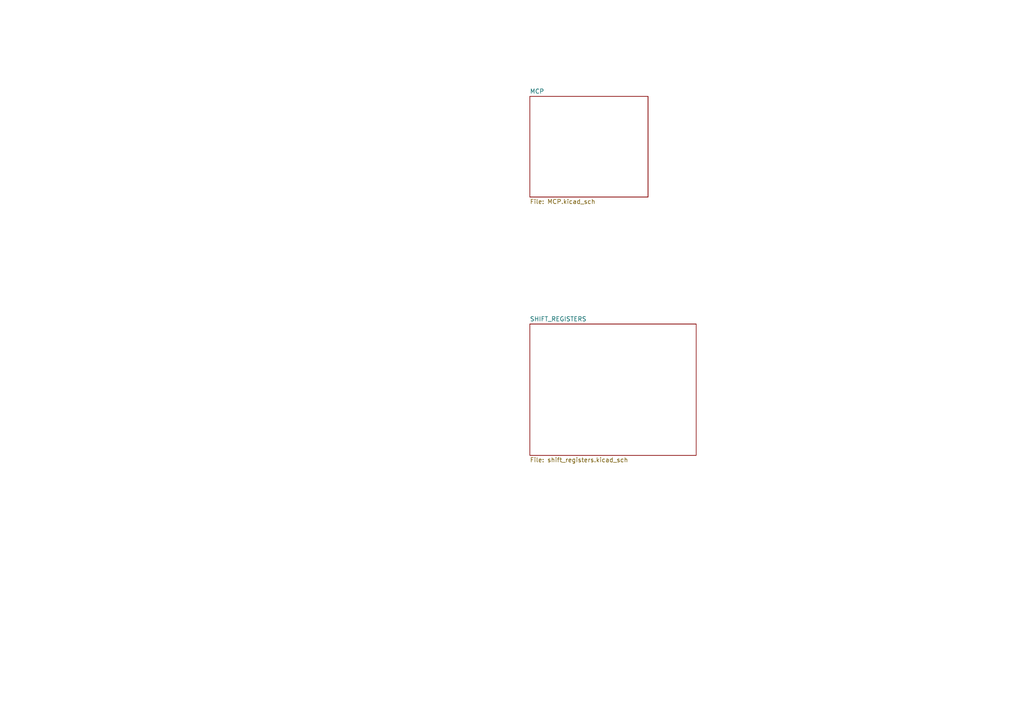
<source format=kicad_sch>
(kicad_sch
	(version 20250114)
	(generator "eeschema")
	(generator_version "9.0")
	(uuid "0d2a025a-fa15-4899-8602-ab02855a6540")
	(paper "A4")
	(lib_symbols)
	(sheet
		(at 153.67 93.98)
		(size 48.26 38.1)
		(exclude_from_sim no)
		(in_bom yes)
		(on_board yes)
		(dnp no)
		(fields_autoplaced yes)
		(stroke
			(width 0.1524)
			(type solid)
		)
		(fill
			(color 0 0 0 0.0000)
		)
		(uuid "56ad29e2-abc8-433b-9d73-93e0d01c47d4")
		(property "Sheetname" "SHIFT_REGISTERS"
			(at 153.67 93.2684 0)
			(effects
				(font
					(size 1.27 1.27)
				)
				(justify left bottom)
			)
		)
		(property "Sheetfile" "shift_registers.kicad_sch"
			(at 153.67 132.6646 0)
			(effects
				(font
					(size 1.27 1.27)
				)
				(justify left top)
			)
		)
		(instances
			(project "ya_brakeboardESP32_S3"
				(path "/0d2a025a-fa15-4899-8602-ab02855a6540"
					(page "3")
				)
			)
		)
	)
	(sheet
		(at 153.67 27.94)
		(size 34.29 29.21)
		(exclude_from_sim no)
		(in_bom yes)
		(on_board yes)
		(dnp no)
		(fields_autoplaced yes)
		(stroke
			(width 0.1524)
			(type solid)
		)
		(fill
			(color 0 0 0 0.0000)
		)
		(uuid "b1ab352a-6d95-4e14-a9d4-3b505042c734")
		(property "Sheetname" "MCP"
			(at 153.67 27.2284 0)
			(effects
				(font
					(size 1.27 1.27)
				)
				(justify left bottom)
			)
		)
		(property "Sheetfile" "MCP.kicad_sch"
			(at 153.67 57.7346 0)
			(effects
				(font
					(size 1.27 1.27)
				)
				(justify left top)
			)
		)
		(instances
			(project "ya_brakeboardESP32_S3"
				(path "/0d2a025a-fa15-4899-8602-ab02855a6540"
					(page "2")
				)
			)
		)
	)
	(sheet_instances
		(path "/"
			(page "1")
		)
	)
	(embedded_fonts no)
)

</source>
